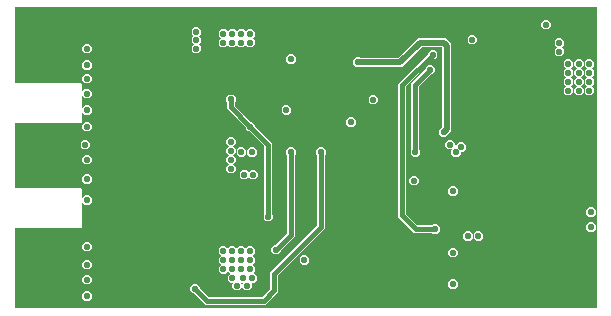
<source format=gbr>
G04 EAGLE Gerber RS-274X export*
G75*
%MOMM*%
%FSLAX34Y34*%
%LPD*%
%INCopper Layer 2*%
%IPPOS*%
%AMOC8*
5,1,8,0,0,1.08239X$1,22.5*%
G01*
%ADD10C,0.553200*%
%ADD11C,0.406400*%
%ADD12C,0.508000*%

G36*
X493975Y743952D02*
X493975Y743952D01*
X493977Y743951D01*
X494020Y743971D01*
X494064Y743989D01*
X494064Y743991D01*
X494066Y743992D01*
X494099Y744077D01*
X494099Y998873D01*
X494098Y998875D01*
X494099Y998877D01*
X494079Y998920D01*
X494061Y998964D01*
X494059Y998964D01*
X494058Y998966D01*
X493973Y998999D01*
X1127Y998999D01*
X1125Y998998D01*
X1123Y998999D01*
X1080Y998979D01*
X1036Y998961D01*
X1036Y998959D01*
X1034Y998958D01*
X1001Y998873D01*
X1001Y934704D01*
X1002Y934702D01*
X1001Y934700D01*
X1021Y934657D01*
X1039Y934613D01*
X1041Y934613D01*
X1042Y934611D01*
X1127Y934578D01*
X57617Y934578D01*
X58278Y933917D01*
X58278Y927884D01*
X58278Y927883D01*
X58278Y927882D01*
X58297Y927838D01*
X58316Y927793D01*
X58317Y927793D01*
X58318Y927792D01*
X58363Y927775D01*
X58408Y927758D01*
X58409Y927758D01*
X58410Y927758D01*
X58493Y927795D01*
X60560Y929862D01*
X63900Y929862D01*
X66262Y927500D01*
X66262Y924160D01*
X63900Y921798D01*
X60560Y921798D01*
X58493Y923865D01*
X58492Y923866D01*
X58492Y923867D01*
X58446Y923884D01*
X58402Y923902D01*
X58401Y923902D01*
X58400Y923902D01*
X58356Y923882D01*
X58312Y923862D01*
X58312Y923861D01*
X58311Y923861D01*
X58278Y923776D01*
X58278Y913914D01*
X58278Y913913D01*
X58278Y913912D01*
X58297Y913868D01*
X58316Y913823D01*
X58317Y913823D01*
X58318Y913822D01*
X58363Y913805D01*
X58408Y913788D01*
X58409Y913788D01*
X58410Y913788D01*
X58493Y913825D01*
X60560Y915892D01*
X63900Y915892D01*
X66262Y913530D01*
X66262Y910190D01*
X63900Y907828D01*
X60560Y907828D01*
X58493Y909895D01*
X58492Y909896D01*
X58492Y909897D01*
X58446Y909914D01*
X58402Y909932D01*
X58401Y909932D01*
X58400Y909932D01*
X58356Y909912D01*
X58312Y909892D01*
X58312Y909891D01*
X58311Y909891D01*
X58278Y909806D01*
X58278Y901233D01*
X57617Y900572D01*
X1127Y900572D01*
X1125Y900571D01*
X1123Y900572D01*
X1080Y900552D01*
X1036Y900534D01*
X1036Y900532D01*
X1034Y900531D01*
X1001Y900446D01*
X1001Y845804D01*
X1002Y845802D01*
X1001Y845800D01*
X1021Y845757D01*
X1039Y845713D01*
X1041Y845713D01*
X1042Y845711D01*
X1127Y845678D01*
X57617Y845678D01*
X58278Y845017D01*
X58278Y837714D01*
X58278Y837713D01*
X58278Y837712D01*
X58297Y837668D01*
X58316Y837623D01*
X58317Y837623D01*
X58318Y837622D01*
X58363Y837605D01*
X58408Y837588D01*
X58409Y837588D01*
X58410Y837588D01*
X58493Y837625D01*
X60560Y839692D01*
X63900Y839692D01*
X66262Y837330D01*
X66262Y833990D01*
X63900Y831628D01*
X60560Y831628D01*
X58493Y833695D01*
X58492Y833696D01*
X58492Y833697D01*
X58446Y833714D01*
X58402Y833732D01*
X58401Y833732D01*
X58400Y833732D01*
X58356Y833712D01*
X58312Y833692D01*
X58312Y833691D01*
X58311Y833691D01*
X58278Y833606D01*
X58278Y812333D01*
X57617Y811672D01*
X1127Y811672D01*
X1125Y811671D01*
X1123Y811672D01*
X1080Y811652D01*
X1036Y811634D01*
X1036Y811632D01*
X1034Y811631D01*
X1001Y811546D01*
X1001Y744077D01*
X1002Y744075D01*
X1001Y744073D01*
X1021Y744030D01*
X1039Y743986D01*
X1041Y743986D01*
X1042Y743984D01*
X1127Y743951D01*
X493973Y743951D01*
X493975Y743952D01*
G37*
%LPC*%
G36*
X162464Y747272D02*
X162464Y747272D01*
X160495Y749241D01*
X153075Y756661D01*
X153072Y756663D01*
X153071Y756666D01*
X152986Y756698D01*
X152000Y756698D01*
X149638Y759060D01*
X149638Y762400D01*
X152000Y764762D01*
X155340Y764762D01*
X157702Y762400D01*
X157702Y761414D01*
X157703Y761411D01*
X157702Y761408D01*
X157739Y761325D01*
X165159Y753905D01*
X165162Y753903D01*
X165163Y753900D01*
X165248Y753868D01*
X210672Y753868D01*
X210675Y753869D01*
X210678Y753868D01*
X210761Y753905D01*
X217645Y760789D01*
X217647Y760792D01*
X217650Y760793D01*
X217682Y760878D01*
X217682Y774796D01*
X257015Y814129D01*
X257017Y814132D01*
X257020Y814133D01*
X257052Y814218D01*
X257052Y873844D01*
X257051Y873847D01*
X257052Y873850D01*
X257015Y873933D01*
X256318Y874630D01*
X256318Y877970D01*
X258680Y880332D01*
X262020Y880332D01*
X264382Y877970D01*
X264382Y874630D01*
X263685Y873933D01*
X263683Y873930D01*
X263680Y873929D01*
X263648Y873844D01*
X263648Y811434D01*
X261679Y809465D01*
X224315Y772101D01*
X224313Y772098D01*
X224310Y772097D01*
X224278Y772012D01*
X224278Y758094D01*
X215425Y749241D01*
X213456Y747272D01*
X162464Y747272D01*
G37*
%LPD*%
%LPC*%
G36*
X362630Y888968D02*
X362630Y888968D01*
X360268Y891330D01*
X360268Y894670D01*
X362630Y897032D01*
X362897Y897032D01*
X362900Y897033D01*
X362903Y897032D01*
X362987Y897069D01*
X363187Y897269D01*
X363189Y897272D01*
X363192Y897274D01*
X363224Y897359D01*
X363224Y964841D01*
X363223Y964844D01*
X363224Y964847D01*
X363187Y964931D01*
X362951Y965167D01*
X362948Y965169D01*
X362946Y965172D01*
X362861Y965204D01*
X345799Y965204D01*
X345796Y965203D01*
X345793Y965204D01*
X345709Y965167D01*
X329236Y948694D01*
X293761Y948694D01*
X293758Y948693D01*
X293755Y948694D01*
X293672Y948657D01*
X293483Y948468D01*
X290143Y948468D01*
X287781Y950830D01*
X287781Y954170D01*
X290143Y956532D01*
X293483Y956532D01*
X293672Y956343D01*
X293675Y956341D01*
X293676Y956338D01*
X293761Y956306D01*
X326031Y956306D01*
X326034Y956307D01*
X326037Y956306D01*
X326121Y956343D01*
X342594Y972816D01*
X366066Y972816D01*
X370836Y968046D01*
X370836Y894154D01*
X368369Y891687D01*
X368367Y891684D01*
X368364Y891682D01*
X368332Y891597D01*
X368332Y891330D01*
X365970Y888968D01*
X362630Y888968D01*
G37*
%LPD*%
%LPC*%
G36*
X355185Y807037D02*
X355185Y807037D01*
X354488Y807735D01*
X354485Y807736D01*
X354484Y807739D01*
X354399Y807771D01*
X339455Y807771D01*
X325632Y821594D01*
X325632Y934196D01*
X350881Y959445D01*
X350883Y959448D01*
X350886Y959449D01*
X350918Y959534D01*
X350918Y960520D01*
X353280Y962882D01*
X356620Y962882D01*
X358982Y960520D01*
X358982Y957180D01*
X356620Y954818D01*
X355634Y954818D01*
X355631Y954817D01*
X355628Y954818D01*
X355545Y954781D01*
X332265Y931501D01*
X332263Y931498D01*
X332260Y931497D01*
X332228Y931412D01*
X332228Y824378D01*
X332229Y824375D01*
X332228Y824372D01*
X332265Y824289D01*
X342150Y814404D01*
X342153Y814403D01*
X342154Y814400D01*
X342239Y814367D01*
X354399Y814367D01*
X354402Y814368D01*
X354405Y814367D01*
X354488Y814404D01*
X355185Y815101D01*
X358525Y815101D01*
X360887Y812739D01*
X360887Y809399D01*
X358525Y807037D01*
X355185Y807037D01*
G37*
%LPD*%
%LPC*%
G36*
X187560Y759238D02*
X187560Y759238D01*
X185198Y761600D01*
X185198Y764940D01*
X185631Y765373D01*
X185632Y765374D01*
X185633Y765374D01*
X185650Y765419D01*
X185668Y765464D01*
X185668Y765465D01*
X185668Y765466D01*
X185647Y765511D01*
X185628Y765554D01*
X185627Y765555D01*
X185627Y765556D01*
X185542Y765588D01*
X183750Y765588D01*
X181388Y767950D01*
X181388Y771290D01*
X183439Y773341D01*
X183440Y773343D01*
X183442Y773344D01*
X183458Y773388D01*
X183476Y773432D01*
X183475Y773434D01*
X183476Y773436D01*
X183439Y773519D01*
X181699Y775259D01*
X181697Y775260D01*
X181696Y775262D01*
X181652Y775278D01*
X181608Y775296D01*
X181606Y775295D01*
X181604Y775296D01*
X181521Y775259D01*
X179470Y773208D01*
X176130Y773208D01*
X173768Y775570D01*
X173768Y778910D01*
X175819Y780961D01*
X175820Y780963D01*
X175822Y780964D01*
X175838Y781008D01*
X175856Y781052D01*
X175855Y781054D01*
X175856Y781056D01*
X175819Y781139D01*
X173768Y783190D01*
X173768Y786530D01*
X175819Y788581D01*
X175820Y788583D01*
X175822Y788584D01*
X175838Y788628D01*
X175856Y788672D01*
X175855Y788674D01*
X175856Y788676D01*
X175819Y788759D01*
X173768Y790810D01*
X173768Y794150D01*
X176130Y796512D01*
X179470Y796512D01*
X181521Y794461D01*
X181523Y794460D01*
X181524Y794458D01*
X181568Y794442D01*
X181612Y794424D01*
X181614Y794425D01*
X181616Y794424D01*
X181699Y794461D01*
X183750Y796512D01*
X187090Y796512D01*
X189141Y794461D01*
X189143Y794460D01*
X189144Y794458D01*
X189188Y794442D01*
X189232Y794424D01*
X189234Y794425D01*
X189236Y794424D01*
X189319Y794461D01*
X191370Y796512D01*
X194710Y796512D01*
X196761Y794461D01*
X196763Y794460D01*
X196764Y794458D01*
X196808Y794442D01*
X196852Y794424D01*
X196854Y794425D01*
X196856Y794424D01*
X196939Y794461D01*
X198990Y796512D01*
X202330Y796512D01*
X204692Y794150D01*
X204692Y790810D01*
X202641Y788759D01*
X202640Y788757D01*
X202638Y788756D01*
X202622Y788712D01*
X202604Y788668D01*
X202605Y788666D01*
X202604Y788664D01*
X202641Y788581D01*
X204692Y786530D01*
X204692Y783190D01*
X202641Y781139D01*
X202640Y781137D01*
X202638Y781136D01*
X202622Y781092D01*
X202604Y781048D01*
X202605Y781046D01*
X202604Y781044D01*
X202641Y780961D01*
X204692Y778910D01*
X204692Y775570D01*
X202989Y773867D01*
X202988Y773866D01*
X202987Y773866D01*
X202970Y773820D01*
X202952Y773776D01*
X202952Y773775D01*
X202952Y773774D01*
X202972Y773730D01*
X202992Y773686D01*
X202993Y773685D01*
X202993Y773684D01*
X203078Y773652D01*
X203600Y773652D01*
X205962Y771290D01*
X205962Y767950D01*
X203600Y765588D01*
X201808Y765588D01*
X201807Y765588D01*
X201806Y765588D01*
X201762Y765569D01*
X201717Y765550D01*
X201717Y765549D01*
X201716Y765548D01*
X201699Y765503D01*
X201682Y765458D01*
X201682Y765457D01*
X201682Y765456D01*
X201719Y765373D01*
X202152Y764940D01*
X202152Y761600D01*
X199790Y759238D01*
X196450Y759238D01*
X194088Y761600D01*
X194088Y764940D01*
X194521Y765373D01*
X194522Y765374D01*
X194523Y765374D01*
X194540Y765419D01*
X194558Y765464D01*
X194558Y765465D01*
X194558Y765466D01*
X194537Y765511D01*
X194518Y765554D01*
X194517Y765555D01*
X194517Y765556D01*
X194432Y765588D01*
X192918Y765588D01*
X192917Y765588D01*
X192916Y765588D01*
X192872Y765569D01*
X192827Y765550D01*
X192827Y765549D01*
X192826Y765548D01*
X192809Y765503D01*
X192792Y765458D01*
X192792Y765457D01*
X192792Y765456D01*
X192829Y765373D01*
X193262Y764940D01*
X193262Y761600D01*
X190900Y759238D01*
X187560Y759238D01*
G37*
%LPD*%
%LPC*%
G36*
X214230Y817658D02*
X214230Y817658D01*
X211868Y820020D01*
X211868Y823360D01*
X212565Y824057D01*
X212567Y824060D01*
X212570Y824061D01*
X212602Y824146D01*
X212602Y881232D01*
X212601Y881235D01*
X212602Y881238D01*
X212565Y881321D01*
X200065Y893821D01*
X200062Y893823D01*
X200061Y893826D01*
X199976Y893858D01*
X198990Y893858D01*
X196628Y896220D01*
X196628Y897206D01*
X196627Y897209D01*
X196628Y897212D01*
X196591Y897295D01*
X180852Y913034D01*
X180852Y918581D01*
X180851Y918584D01*
X180852Y918587D01*
X180815Y918670D01*
X180118Y919367D01*
X180118Y922707D01*
X182480Y925069D01*
X185820Y925069D01*
X188182Y922707D01*
X188182Y919367D01*
X187485Y918670D01*
X187483Y918667D01*
X187480Y918666D01*
X187448Y918581D01*
X187448Y915818D01*
X187449Y915815D01*
X187448Y915812D01*
X187485Y915729D01*
X201255Y901959D01*
X201258Y901957D01*
X201259Y901954D01*
X201344Y901922D01*
X202330Y901922D01*
X204692Y899560D01*
X204692Y898574D01*
X204693Y898571D01*
X204692Y898568D01*
X204729Y898485D01*
X219198Y884016D01*
X219198Y824146D01*
X219199Y824143D01*
X219198Y824140D01*
X219235Y824057D01*
X219932Y823360D01*
X219932Y820020D01*
X217570Y817658D01*
X214230Y817658D01*
G37*
%LPD*%
%LPC*%
G36*
X220580Y789718D02*
X220580Y789718D01*
X218218Y792080D01*
X218218Y795420D01*
X220580Y797782D01*
X221566Y797782D01*
X221569Y797783D01*
X221572Y797782D01*
X221655Y797819D01*
X231615Y807779D01*
X231617Y807782D01*
X231620Y807783D01*
X231652Y807868D01*
X231652Y873844D01*
X231651Y873847D01*
X231652Y873850D01*
X231615Y873933D01*
X230918Y874630D01*
X230918Y877970D01*
X233280Y880332D01*
X236620Y880332D01*
X238982Y877970D01*
X238982Y874630D01*
X238285Y873933D01*
X238283Y873930D01*
X238280Y873929D01*
X238248Y873844D01*
X238248Y805084D01*
X226319Y793155D01*
X226317Y793152D01*
X226314Y793151D01*
X226282Y793066D01*
X226282Y792080D01*
X223920Y789718D01*
X220580Y789718D01*
G37*
%LPD*%
%LPC*%
G36*
X338690Y872268D02*
X338690Y872268D01*
X336328Y874630D01*
X336328Y877970D01*
X337025Y878667D01*
X337027Y878670D01*
X337030Y878671D01*
X337062Y878756D01*
X337062Y934808D01*
X349000Y946745D01*
X349000Y946746D01*
X349001Y946747D01*
X349002Y946748D01*
X349004Y946749D01*
X349036Y946834D01*
X349036Y947820D01*
X351398Y950182D01*
X354738Y950182D01*
X357100Y947820D01*
X357100Y944480D01*
X354738Y942118D01*
X353752Y942118D01*
X353749Y942117D01*
X353746Y942118D01*
X353663Y942081D01*
X343695Y932113D01*
X343693Y932110D01*
X343690Y932109D01*
X343658Y932024D01*
X343658Y878756D01*
X343659Y878753D01*
X343658Y878750D01*
X343695Y878667D01*
X344392Y877970D01*
X344392Y874630D01*
X342030Y872268D01*
X338690Y872268D01*
G37*
%LPD*%
%LPC*%
G36*
X176130Y964978D02*
X176130Y964978D01*
X173768Y967340D01*
X173768Y970680D01*
X175819Y972731D01*
X175820Y972733D01*
X175822Y972734D01*
X175838Y972778D01*
X175856Y972822D01*
X175855Y972824D01*
X175856Y972826D01*
X175819Y972909D01*
X173768Y974960D01*
X173768Y978300D01*
X176130Y980662D01*
X179470Y980662D01*
X181521Y978611D01*
X181523Y978610D01*
X181524Y978608D01*
X181568Y978592D01*
X181612Y978574D01*
X181614Y978575D01*
X181616Y978574D01*
X181699Y978611D01*
X183750Y980662D01*
X187090Y980662D01*
X189141Y978611D01*
X189143Y978610D01*
X189144Y978608D01*
X189188Y978592D01*
X189232Y978574D01*
X189234Y978575D01*
X189236Y978574D01*
X189319Y978611D01*
X191370Y980662D01*
X194710Y980662D01*
X196761Y978611D01*
X196763Y978610D01*
X196764Y978608D01*
X196808Y978592D01*
X196852Y978574D01*
X196854Y978575D01*
X196856Y978574D01*
X196939Y978611D01*
X198990Y980662D01*
X202330Y980662D01*
X204692Y978300D01*
X204692Y974960D01*
X202641Y972909D01*
X202640Y972907D01*
X202638Y972906D01*
X202622Y972862D01*
X202604Y972818D01*
X202605Y972816D01*
X202604Y972814D01*
X202641Y972731D01*
X204692Y970680D01*
X204692Y967340D01*
X202330Y964978D01*
X198990Y964978D01*
X196939Y967029D01*
X196937Y967030D01*
X196936Y967032D01*
X196892Y967048D01*
X196848Y967066D01*
X196846Y967065D01*
X196844Y967066D01*
X196761Y967029D01*
X194710Y964978D01*
X191370Y964978D01*
X189319Y967029D01*
X189317Y967030D01*
X189316Y967032D01*
X189272Y967048D01*
X189228Y967066D01*
X189226Y967065D01*
X189224Y967066D01*
X189141Y967029D01*
X187090Y964978D01*
X183750Y964978D01*
X181699Y967029D01*
X181697Y967030D01*
X181696Y967032D01*
X181652Y967048D01*
X181608Y967066D01*
X181606Y967065D01*
X181604Y967066D01*
X181521Y967029D01*
X179470Y964978D01*
X176130Y964978D01*
G37*
%LPD*%
%LPC*%
G36*
X486010Y924338D02*
X486010Y924338D01*
X483648Y926700D01*
X483648Y930040D01*
X485699Y932091D01*
X485700Y932093D01*
X485702Y932094D01*
X485718Y932138D01*
X485736Y932182D01*
X485735Y932184D01*
X485736Y932186D01*
X485699Y932269D01*
X483648Y934320D01*
X483648Y937660D01*
X485699Y939711D01*
X485700Y939713D01*
X485702Y939714D01*
X485718Y939758D01*
X485736Y939802D01*
X485735Y939804D01*
X485736Y939806D01*
X485699Y939889D01*
X483648Y941940D01*
X483648Y945280D01*
X485699Y947331D01*
X485700Y947333D01*
X485702Y947334D01*
X485718Y947378D01*
X485736Y947422D01*
X485735Y947424D01*
X485736Y947426D01*
X485699Y947509D01*
X483648Y949560D01*
X483648Y952900D01*
X486010Y955262D01*
X489350Y955262D01*
X491712Y952900D01*
X491712Y949560D01*
X489661Y947509D01*
X489660Y947507D01*
X489658Y947506D01*
X489642Y947462D01*
X489624Y947418D01*
X489625Y947416D01*
X489624Y947414D01*
X489661Y947331D01*
X491712Y945280D01*
X491712Y941940D01*
X489661Y939889D01*
X489660Y939887D01*
X489658Y939886D01*
X489642Y939842D01*
X489624Y939798D01*
X489625Y939796D01*
X489624Y939794D01*
X489661Y939711D01*
X491712Y937660D01*
X491712Y934320D01*
X489661Y932269D01*
X489660Y932267D01*
X489658Y932266D01*
X489642Y932222D01*
X489624Y932178D01*
X489625Y932176D01*
X489624Y932174D01*
X489661Y932091D01*
X491712Y930040D01*
X491712Y926700D01*
X489350Y924338D01*
X486010Y924338D01*
G37*
%LPD*%
%LPC*%
G36*
X477120Y924338D02*
X477120Y924338D01*
X474758Y926700D01*
X474758Y930040D01*
X476809Y932091D01*
X476810Y932093D01*
X476812Y932094D01*
X476828Y932138D01*
X476846Y932182D01*
X476845Y932184D01*
X476846Y932186D01*
X476809Y932269D01*
X474758Y934320D01*
X474758Y937660D01*
X476809Y939711D01*
X476810Y939713D01*
X476812Y939714D01*
X476828Y939758D01*
X476846Y939802D01*
X476845Y939804D01*
X476846Y939806D01*
X476809Y939889D01*
X474758Y941940D01*
X474758Y945280D01*
X476809Y947331D01*
X476810Y947333D01*
X476812Y947334D01*
X476828Y947378D01*
X476846Y947422D01*
X476845Y947424D01*
X476846Y947426D01*
X476809Y947509D01*
X474758Y949560D01*
X474758Y952900D01*
X477120Y955262D01*
X480460Y955262D01*
X482822Y952900D01*
X482822Y949560D01*
X480771Y947509D01*
X480770Y947507D01*
X480768Y947506D01*
X480752Y947462D01*
X480734Y947418D01*
X480735Y947416D01*
X480734Y947414D01*
X480771Y947331D01*
X482822Y945280D01*
X482822Y941940D01*
X480771Y939889D01*
X480770Y939887D01*
X480768Y939886D01*
X480752Y939842D01*
X480734Y939798D01*
X480735Y939796D01*
X480734Y939794D01*
X480771Y939711D01*
X482822Y937660D01*
X482822Y934320D01*
X480771Y932269D01*
X480770Y932267D01*
X480768Y932266D01*
X480752Y932222D01*
X480734Y932178D01*
X480735Y932176D01*
X480734Y932174D01*
X480771Y932091D01*
X482822Y930040D01*
X482822Y926700D01*
X480460Y924338D01*
X477120Y924338D01*
G37*
%LPD*%
%LPC*%
G36*
X468230Y924338D02*
X468230Y924338D01*
X465868Y926700D01*
X465868Y930040D01*
X467919Y932091D01*
X467920Y932093D01*
X467922Y932094D01*
X467938Y932138D01*
X467956Y932182D01*
X467955Y932184D01*
X467956Y932186D01*
X467919Y932269D01*
X465868Y934320D01*
X465868Y937660D01*
X467919Y939711D01*
X467920Y939713D01*
X467922Y939714D01*
X467938Y939758D01*
X467956Y939802D01*
X467955Y939804D01*
X467956Y939806D01*
X467919Y939889D01*
X465868Y941940D01*
X465868Y945280D01*
X467919Y947331D01*
X467920Y947333D01*
X467922Y947334D01*
X467938Y947378D01*
X467956Y947422D01*
X467955Y947424D01*
X467956Y947426D01*
X467919Y947509D01*
X465868Y949560D01*
X465868Y952900D01*
X468230Y955262D01*
X471570Y955262D01*
X473932Y952900D01*
X473932Y949560D01*
X471881Y947509D01*
X471880Y947507D01*
X471878Y947506D01*
X471862Y947462D01*
X471844Y947418D01*
X471845Y947416D01*
X471844Y947414D01*
X471881Y947331D01*
X473932Y945280D01*
X473932Y941940D01*
X471881Y939889D01*
X471880Y939887D01*
X471878Y939886D01*
X471862Y939842D01*
X471844Y939798D01*
X471845Y939796D01*
X471844Y939794D01*
X471881Y939711D01*
X473932Y937660D01*
X473932Y934320D01*
X471881Y932269D01*
X471880Y932267D01*
X471878Y932266D01*
X471862Y932222D01*
X471844Y932178D01*
X471845Y932176D01*
X471844Y932174D01*
X471881Y932091D01*
X473932Y930040D01*
X473932Y926700D01*
X471570Y924338D01*
X468230Y924338D01*
G37*
%LPD*%
%LPC*%
G36*
X182480Y858298D02*
X182480Y858298D01*
X180118Y860660D01*
X180118Y864000D01*
X182169Y866051D01*
X182170Y866053D01*
X182172Y866054D01*
X182188Y866098D01*
X182206Y866142D01*
X182205Y866144D01*
X182206Y866146D01*
X182169Y866229D01*
X180118Y868280D01*
X180118Y871620D01*
X182169Y873671D01*
X182170Y873673D01*
X182172Y873674D01*
X182188Y873718D01*
X182206Y873762D01*
X182205Y873764D01*
X182206Y873766D01*
X182169Y873849D01*
X180118Y875900D01*
X180118Y879240D01*
X182169Y881291D01*
X182170Y881293D01*
X182172Y881294D01*
X182188Y881338D01*
X182206Y881382D01*
X182205Y881384D01*
X182206Y881386D01*
X182169Y881469D01*
X180118Y883520D01*
X180118Y886860D01*
X182480Y889222D01*
X185820Y889222D01*
X188182Y886860D01*
X188182Y883520D01*
X186131Y881469D01*
X186130Y881467D01*
X186128Y881466D01*
X186112Y881422D01*
X186094Y881378D01*
X186095Y881376D01*
X186094Y881374D01*
X186131Y881291D01*
X188182Y879240D01*
X188182Y875900D01*
X186131Y873849D01*
X186130Y873847D01*
X186128Y873846D01*
X186112Y873802D01*
X186094Y873758D01*
X186095Y873756D01*
X186094Y873754D01*
X186131Y873671D01*
X188182Y871620D01*
X188182Y868280D01*
X186131Y866229D01*
X186130Y866227D01*
X186128Y866226D01*
X186112Y866182D01*
X186094Y866138D01*
X186095Y866136D01*
X186094Y866134D01*
X186131Y866051D01*
X188182Y864000D01*
X188182Y860660D01*
X185820Y858298D01*
X182480Y858298D01*
G37*
%LPD*%
%LPC*%
G36*
X372980Y872268D02*
X372980Y872268D01*
X370618Y874630D01*
X370618Y877970D01*
X371051Y878403D01*
X371052Y878404D01*
X371053Y878404D01*
X371070Y878449D01*
X371088Y878494D01*
X371088Y878495D01*
X371088Y878496D01*
X371067Y878541D01*
X371048Y878584D01*
X371047Y878585D01*
X371047Y878586D01*
X370962Y878618D01*
X367900Y878618D01*
X365538Y880980D01*
X365538Y884320D01*
X367900Y886682D01*
X371240Y886682D01*
X373602Y884320D01*
X373602Y880980D01*
X373169Y880547D01*
X373168Y880546D01*
X373167Y880546D01*
X373150Y880501D01*
X373132Y880456D01*
X373132Y880455D01*
X373132Y880454D01*
X373153Y880409D01*
X373172Y880366D01*
X373173Y880365D01*
X373173Y880364D01*
X373258Y880332D01*
X374869Y880332D01*
X374871Y880332D01*
X374873Y880332D01*
X374916Y880352D01*
X374960Y880370D01*
X374961Y880372D01*
X374963Y880373D01*
X374995Y880458D01*
X374995Y882347D01*
X377357Y884709D01*
X380697Y884709D01*
X383059Y882347D01*
X383059Y879007D01*
X380697Y876645D01*
X378808Y876645D01*
X378806Y876645D01*
X378804Y876645D01*
X378761Y876625D01*
X378717Y876607D01*
X378716Y876605D01*
X378714Y876604D01*
X378682Y876519D01*
X378682Y874630D01*
X376320Y872268D01*
X372980Y872268D01*
G37*
%LPD*%
%LPC*%
G36*
X153270Y959898D02*
X153270Y959898D01*
X150908Y962260D01*
X150908Y965600D01*
X152959Y967651D01*
X152960Y967653D01*
X152962Y967654D01*
X152978Y967698D01*
X152996Y967742D01*
X152995Y967744D01*
X152996Y967746D01*
X152959Y967829D01*
X150908Y969880D01*
X150908Y973220D01*
X152324Y974636D01*
X152325Y974638D01*
X152327Y974639D01*
X152343Y974683D01*
X152361Y974727D01*
X152360Y974729D01*
X152361Y974731D01*
X152324Y974814D01*
X150908Y976230D01*
X150908Y979570D01*
X153270Y981932D01*
X156610Y981932D01*
X158972Y979570D01*
X158972Y976230D01*
X157556Y974814D01*
X157555Y974812D01*
X157553Y974811D01*
X157537Y974767D01*
X157519Y974723D01*
X157520Y974721D01*
X157519Y974719D01*
X157556Y974636D01*
X158972Y973220D01*
X158972Y969880D01*
X156921Y967829D01*
X156920Y967827D01*
X156918Y967826D01*
X156902Y967782D01*
X156884Y967738D01*
X156885Y967736D01*
X156884Y967734D01*
X156921Y967651D01*
X158972Y965600D01*
X158972Y962260D01*
X156610Y959898D01*
X153270Y959898D01*
G37*
%LPD*%
%LPC*%
G36*
X460610Y957358D02*
X460610Y957358D01*
X458248Y959720D01*
X458248Y963060D01*
X460299Y965111D01*
X460300Y965113D01*
X460302Y965114D01*
X460318Y965158D01*
X460336Y965202D01*
X460335Y965204D01*
X460336Y965206D01*
X460299Y965289D01*
X458248Y967340D01*
X458248Y970680D01*
X460610Y973042D01*
X463950Y973042D01*
X466312Y970680D01*
X466312Y967340D01*
X464261Y965289D01*
X464260Y965287D01*
X464258Y965286D01*
X464242Y965242D01*
X464224Y965198D01*
X464225Y965196D01*
X464224Y965194D01*
X464261Y965111D01*
X466312Y963060D01*
X466312Y959720D01*
X463950Y957358D01*
X460610Y957358D01*
G37*
%LPD*%
%LPC*%
G36*
X193910Y853218D02*
X193910Y853218D01*
X191548Y855580D01*
X191548Y858920D01*
X193910Y861282D01*
X197250Y861282D01*
X199301Y859231D01*
X199303Y859230D01*
X199304Y859228D01*
X199348Y859212D01*
X199392Y859194D01*
X199394Y859195D01*
X199396Y859194D01*
X199479Y859231D01*
X201530Y861282D01*
X204870Y861282D01*
X207232Y858920D01*
X207232Y855580D01*
X204870Y853218D01*
X201530Y853218D01*
X199479Y855269D01*
X199478Y855270D01*
X199477Y855271D01*
X199476Y855272D01*
X199432Y855288D01*
X199388Y855306D01*
X199386Y855305D01*
X199384Y855306D01*
X199301Y855269D01*
X197250Y853218D01*
X193910Y853218D01*
G37*
%LPD*%
%LPC*%
G36*
X60560Y945928D02*
X60560Y945928D01*
X58198Y948290D01*
X58198Y951630D01*
X60560Y953992D01*
X63900Y953992D01*
X66262Y951630D01*
X66262Y948290D01*
X63900Y945928D01*
X60560Y945928D01*
G37*
%LPD*%
%LPC*%
G36*
X60560Y934498D02*
X60560Y934498D01*
X58198Y936860D01*
X58198Y940200D01*
X60560Y942562D01*
X63900Y942562D01*
X66262Y940200D01*
X66262Y936860D01*
X63900Y934498D01*
X60560Y934498D01*
G37*
%LPD*%
%LPC*%
G36*
X229470Y907828D02*
X229470Y907828D01*
X227108Y910190D01*
X227108Y913530D01*
X229470Y915892D01*
X232810Y915892D01*
X235172Y913530D01*
X235172Y910190D01*
X232810Y907828D01*
X229470Y907828D01*
G37*
%LPD*%
%LPC*%
G36*
X284080Y897668D02*
X284080Y897668D01*
X281718Y900030D01*
X281718Y903370D01*
X284080Y905732D01*
X287420Y905732D01*
X289782Y903370D01*
X289782Y900030D01*
X287420Y897668D01*
X284080Y897668D01*
G37*
%LPD*%
%LPC*%
G36*
X60560Y893858D02*
X60560Y893858D01*
X58198Y896220D01*
X58198Y899560D01*
X60560Y901922D01*
X63900Y901922D01*
X66262Y899560D01*
X66262Y896220D01*
X63900Y893858D01*
X60560Y893858D01*
G37*
%LPD*%
%LPC*%
G36*
X303130Y916718D02*
X303130Y916718D01*
X300768Y919080D01*
X300768Y922420D01*
X303130Y924782D01*
X306470Y924782D01*
X308832Y922420D01*
X308832Y919080D01*
X306470Y916718D01*
X303130Y916718D01*
G37*
%LPD*%
%LPC*%
G36*
X59290Y878618D02*
X59290Y878618D01*
X56928Y880980D01*
X56928Y884320D01*
X59290Y886682D01*
X62630Y886682D01*
X64992Y884320D01*
X64992Y880980D01*
X62630Y878618D01*
X59290Y878618D01*
G37*
%LPD*%
%LPC*%
G36*
X449180Y980218D02*
X449180Y980218D01*
X446818Y982580D01*
X446818Y985920D01*
X449180Y988282D01*
X452520Y988282D01*
X454882Y985920D01*
X454882Y982580D01*
X452520Y980218D01*
X449180Y980218D01*
G37*
%LPD*%
%LPC*%
G36*
X386950Y967518D02*
X386950Y967518D01*
X384588Y969880D01*
X384588Y973220D01*
X386950Y975582D01*
X390290Y975582D01*
X392652Y973220D01*
X392652Y969880D01*
X390290Y967518D01*
X386950Y967518D01*
G37*
%LPD*%
%LPC*%
G36*
X200260Y872268D02*
X200260Y872268D01*
X197898Y874630D01*
X197898Y877970D01*
X200260Y880332D01*
X203600Y880332D01*
X205962Y877970D01*
X205962Y874630D01*
X203600Y872268D01*
X200260Y872268D01*
G37*
%LPD*%
%LPC*%
G36*
X191370Y872268D02*
X191370Y872268D01*
X189008Y874630D01*
X189008Y877970D01*
X191370Y880332D01*
X194710Y880332D01*
X197072Y877970D01*
X197072Y874630D01*
X194710Y872268D01*
X191370Y872268D01*
G37*
%LPD*%
%LPC*%
G36*
X60560Y865918D02*
X60560Y865918D01*
X58198Y868280D01*
X58198Y871620D01*
X60560Y873982D01*
X63900Y873982D01*
X66262Y871620D01*
X66262Y868280D01*
X63900Y865918D01*
X60560Y865918D01*
G37*
%LPD*%
%LPC*%
G36*
X60560Y959898D02*
X60560Y959898D01*
X58198Y962260D01*
X58198Y965600D01*
X60560Y967962D01*
X63900Y967962D01*
X66262Y965600D01*
X66262Y962260D01*
X63900Y959898D01*
X60560Y959898D01*
G37*
%LPD*%
%LPC*%
G36*
X60560Y849408D02*
X60560Y849408D01*
X58198Y851770D01*
X58198Y855110D01*
X60560Y857472D01*
X63900Y857472D01*
X66262Y855110D01*
X66262Y851770D01*
X63900Y849408D01*
X60560Y849408D01*
G37*
%LPD*%
%LPC*%
G36*
X337647Y848138D02*
X337647Y848138D01*
X335285Y850500D01*
X335285Y853840D01*
X337647Y856202D01*
X340987Y856202D01*
X343349Y853840D01*
X343349Y850500D01*
X340987Y848138D01*
X337647Y848138D01*
G37*
%LPD*%
%LPC*%
G36*
X370440Y839248D02*
X370440Y839248D01*
X368078Y841610D01*
X368078Y844950D01*
X370440Y847312D01*
X373780Y847312D01*
X376142Y844950D01*
X376142Y841610D01*
X373780Y839248D01*
X370440Y839248D01*
G37*
%LPD*%
%LPC*%
G36*
X487280Y821468D02*
X487280Y821468D01*
X484918Y823830D01*
X484918Y827170D01*
X487280Y829532D01*
X490620Y829532D01*
X492982Y827170D01*
X492982Y823830D01*
X490620Y821468D01*
X487280Y821468D01*
G37*
%LPD*%
%LPC*%
G36*
X487280Y808768D02*
X487280Y808768D01*
X484918Y811130D01*
X484918Y814470D01*
X487280Y816832D01*
X490620Y816832D01*
X492982Y814470D01*
X492982Y811130D01*
X490620Y808768D01*
X487280Y808768D01*
G37*
%LPD*%
%LPC*%
G36*
X392030Y801148D02*
X392030Y801148D01*
X389668Y803510D01*
X389668Y806850D01*
X392030Y809212D01*
X395370Y809212D01*
X397732Y806850D01*
X397732Y803510D01*
X395370Y801148D01*
X392030Y801148D01*
G37*
%LPD*%
%LPC*%
G36*
X383140Y801148D02*
X383140Y801148D01*
X380778Y803510D01*
X380778Y806850D01*
X383140Y809212D01*
X386480Y809212D01*
X388842Y806850D01*
X388842Y803510D01*
X386480Y801148D01*
X383140Y801148D01*
G37*
%LPD*%
%LPC*%
G36*
X60560Y792258D02*
X60560Y792258D01*
X58198Y794620D01*
X58198Y797960D01*
X60560Y800322D01*
X63900Y800322D01*
X66262Y797960D01*
X66262Y794620D01*
X63900Y792258D01*
X60560Y792258D01*
G37*
%LPD*%
%LPC*%
G36*
X233280Y951008D02*
X233280Y951008D01*
X230918Y953370D01*
X230918Y956710D01*
X233280Y959072D01*
X236620Y959072D01*
X238982Y956710D01*
X238982Y953370D01*
X236620Y951008D01*
X233280Y951008D01*
G37*
%LPD*%
%LPC*%
G36*
X370440Y787178D02*
X370440Y787178D01*
X368078Y789540D01*
X368078Y792880D01*
X370440Y795242D01*
X373780Y795242D01*
X376142Y792880D01*
X376142Y789540D01*
X373780Y787178D01*
X370440Y787178D01*
G37*
%LPD*%
%LPC*%
G36*
X244710Y780828D02*
X244710Y780828D01*
X242348Y783190D01*
X242348Y786530D01*
X244710Y788892D01*
X248050Y788892D01*
X250412Y786530D01*
X250412Y783190D01*
X248050Y780828D01*
X244710Y780828D01*
G37*
%LPD*%
%LPC*%
G36*
X60560Y777018D02*
X60560Y777018D01*
X58198Y779380D01*
X58198Y782720D01*
X60560Y785082D01*
X63900Y785082D01*
X66262Y782720D01*
X66262Y779380D01*
X63900Y777018D01*
X60560Y777018D01*
G37*
%LPD*%
%LPC*%
G36*
X60560Y764318D02*
X60560Y764318D01*
X58198Y766680D01*
X58198Y770020D01*
X60560Y772382D01*
X63900Y772382D01*
X66262Y770020D01*
X66262Y766680D01*
X63900Y764318D01*
X60560Y764318D01*
G37*
%LPD*%
%LPC*%
G36*
X370440Y760508D02*
X370440Y760508D01*
X368078Y762870D01*
X368078Y766210D01*
X370440Y768572D01*
X373780Y768572D01*
X376142Y766210D01*
X376142Y762870D01*
X373780Y760508D01*
X370440Y760508D01*
G37*
%LPD*%
%LPC*%
G36*
X60560Y750348D02*
X60560Y750348D01*
X58198Y752710D01*
X58198Y756050D01*
X60560Y758412D01*
X63900Y758412D01*
X66262Y756050D01*
X66262Y752710D01*
X63900Y750348D01*
X60560Y750348D01*
G37*
%LPD*%
D10*
X139700Y958850D03*
X139700Y965200D03*
X139700Y971550D03*
X139700Y977900D03*
X120650Y977900D03*
X120650Y971550D03*
X120650Y965200D03*
X120650Y958850D03*
X121920Y885190D03*
X121920Y877570D03*
X121920Y869950D03*
X121920Y863600D03*
X121920Y797560D03*
X121920Y789940D03*
X121920Y782320D03*
X121920Y775970D03*
X139700Y793750D03*
X139700Y787400D03*
X364300Y893000D03*
X291813Y952500D03*
X200660Y897890D03*
D11*
X184150Y914400D01*
X184150Y921037D01*
D10*
X184150Y921037D03*
D11*
X200660Y897890D02*
X215900Y882650D01*
D10*
X215900Y821690D03*
D11*
X215900Y882650D01*
D12*
X291813Y952500D02*
X327660Y952500D01*
X344170Y969010D02*
X364490Y969010D01*
X367030Y966470D01*
X367030Y895730D02*
X364300Y893000D01*
X327660Y952500D02*
X344170Y969010D01*
X367030Y966470D02*
X367030Y895730D01*
D10*
X488950Y825500D03*
X488950Y812800D03*
X462280Y961390D03*
X462280Y969010D03*
X450850Y984250D03*
X384810Y805180D03*
X393700Y805180D03*
X374650Y876300D03*
X379027Y880677D03*
X369570Y882650D03*
X388620Y971550D03*
X246380Y784860D03*
X154940Y963930D03*
X154940Y971550D03*
X154940Y977900D03*
X177800Y976630D03*
X185420Y976630D03*
X193040Y976630D03*
X200660Y976630D03*
X200660Y969010D03*
X193040Y969010D03*
X185420Y969010D03*
X177800Y969010D03*
X184150Y885190D03*
X184150Y877570D03*
X184150Y869950D03*
X184150Y862330D03*
X203200Y857250D03*
X195580Y857250D03*
X177800Y792480D03*
X185420Y792480D03*
X193040Y792480D03*
X200660Y792480D03*
X200660Y784860D03*
X193040Y784860D03*
X185420Y784860D03*
X177800Y784860D03*
X177800Y777240D03*
X185420Y777240D03*
X193040Y777240D03*
X200660Y777240D03*
X185420Y769620D03*
X194310Y769620D03*
X201930Y769620D03*
X189230Y763270D03*
X198120Y763270D03*
X201930Y876300D03*
X193040Y876300D03*
X62230Y963930D03*
X62230Y949960D03*
X62230Y938530D03*
X62230Y925830D03*
X62230Y911860D03*
X62230Y897890D03*
X60960Y882650D03*
X62230Y869950D03*
X62230Y853440D03*
X62230Y835660D03*
X62230Y796290D03*
X62230Y781050D03*
X62230Y768350D03*
X62230Y754380D03*
X469900Y951230D03*
X478790Y951230D03*
X487680Y951230D03*
X478790Y943610D03*
X487680Y943610D03*
X469900Y943610D03*
X469900Y935990D03*
X478790Y935990D03*
X487680Y935990D03*
X487680Y928370D03*
X478790Y928370D03*
X469900Y928370D03*
X234950Y955040D03*
X231140Y911860D03*
X234950Y876300D03*
D11*
X234950Y806450D02*
X222250Y793750D01*
D10*
X222250Y793750D03*
D11*
X234950Y806450D02*
X234950Y876300D01*
D10*
X260350Y876300D03*
X285750Y901700D03*
X304800Y920750D03*
D11*
X260350Y876300D02*
X260350Y812800D01*
X220980Y773430D02*
X220980Y759460D01*
X212090Y750570D01*
X163830Y750570D02*
X153670Y760730D01*
D10*
X153670Y760730D03*
D11*
X220980Y773430D02*
X260350Y812800D01*
X212090Y750570D02*
X163830Y750570D01*
D10*
X354950Y958850D03*
D11*
X328930Y932830D01*
X340821Y811069D02*
X356855Y811069D01*
D10*
X356855Y811069D03*
D11*
X328930Y822960D02*
X328930Y932830D01*
X328930Y822960D02*
X340821Y811069D01*
D10*
X340360Y876300D03*
D11*
X340360Y933442D01*
X353068Y946150D01*
D10*
X353068Y946150D03*
X372110Y791210D03*
X372110Y764540D03*
X339317Y852170D03*
X372110Y843280D03*
M02*

</source>
